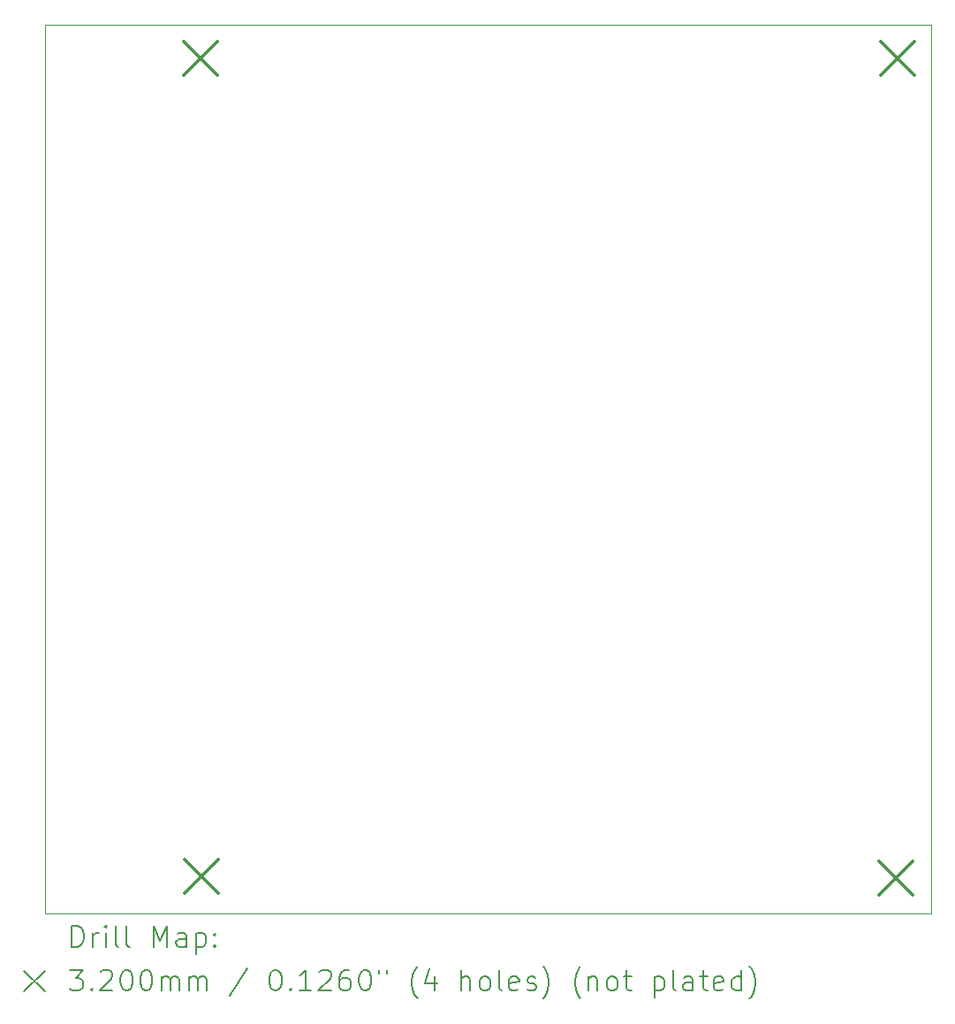
<source format=gbr>
%TF.GenerationSoftware,KiCad,Pcbnew,7.0.9*%
%TF.CreationDate,2024-02-18T20:42:36+05:30*%
%TF.ProjectId,Chg_Dschg Controller,4368675f-4473-4636-9867-20436f6e7472,rev?*%
%TF.SameCoordinates,Original*%
%TF.FileFunction,Drillmap*%
%TF.FilePolarity,Positive*%
%FSLAX45Y45*%
G04 Gerber Fmt 4.5, Leading zero omitted, Abs format (unit mm)*
G04 Created by KiCad (PCBNEW 7.0.9) date 2024-02-18 20:42:36*
%MOMM*%
%LPD*%
G01*
G04 APERTURE LIST*
%ADD10C,0.100000*%
%ADD11C,0.200000*%
%ADD12C,0.320000*%
G04 APERTURE END LIST*
D10*
X3370000Y-2595000D02*
X11865000Y-2595000D01*
X11865000Y-11105000D01*
X3370000Y-11105000D01*
X3370000Y-2595000D01*
D11*
D12*
X4696300Y-2755000D02*
X5016300Y-3075000D01*
X5016300Y-2755000D02*
X4696300Y-3075000D01*
X4710000Y-10590000D02*
X5030000Y-10910000D01*
X5030000Y-10590000D02*
X4710000Y-10910000D01*
X11365000Y-10601660D02*
X11685000Y-10921660D01*
X11685000Y-10601660D02*
X11365000Y-10921660D01*
X11376600Y-2755000D02*
X11696600Y-3075000D01*
X11696600Y-2755000D02*
X11376600Y-3075000D01*
D11*
X3625777Y-11421484D02*
X3625777Y-11221484D01*
X3625777Y-11221484D02*
X3673396Y-11221484D01*
X3673396Y-11221484D02*
X3701967Y-11231008D01*
X3701967Y-11231008D02*
X3721015Y-11250055D01*
X3721015Y-11250055D02*
X3730539Y-11269103D01*
X3730539Y-11269103D02*
X3740062Y-11307198D01*
X3740062Y-11307198D02*
X3740062Y-11335769D01*
X3740062Y-11335769D02*
X3730539Y-11373865D01*
X3730539Y-11373865D02*
X3721015Y-11392912D01*
X3721015Y-11392912D02*
X3701967Y-11411960D01*
X3701967Y-11411960D02*
X3673396Y-11421484D01*
X3673396Y-11421484D02*
X3625777Y-11421484D01*
X3825777Y-11421484D02*
X3825777Y-11288150D01*
X3825777Y-11326246D02*
X3835301Y-11307198D01*
X3835301Y-11307198D02*
X3844824Y-11297674D01*
X3844824Y-11297674D02*
X3863872Y-11288150D01*
X3863872Y-11288150D02*
X3882920Y-11288150D01*
X3949586Y-11421484D02*
X3949586Y-11288150D01*
X3949586Y-11221484D02*
X3940062Y-11231008D01*
X3940062Y-11231008D02*
X3949586Y-11240531D01*
X3949586Y-11240531D02*
X3959110Y-11231008D01*
X3959110Y-11231008D02*
X3949586Y-11221484D01*
X3949586Y-11221484D02*
X3949586Y-11240531D01*
X4073396Y-11421484D02*
X4054348Y-11411960D01*
X4054348Y-11411960D02*
X4044824Y-11392912D01*
X4044824Y-11392912D02*
X4044824Y-11221484D01*
X4178158Y-11421484D02*
X4159110Y-11411960D01*
X4159110Y-11411960D02*
X4149586Y-11392912D01*
X4149586Y-11392912D02*
X4149586Y-11221484D01*
X4406729Y-11421484D02*
X4406729Y-11221484D01*
X4406729Y-11221484D02*
X4473396Y-11364341D01*
X4473396Y-11364341D02*
X4540063Y-11221484D01*
X4540063Y-11221484D02*
X4540063Y-11421484D01*
X4721015Y-11421484D02*
X4721015Y-11316722D01*
X4721015Y-11316722D02*
X4711491Y-11297674D01*
X4711491Y-11297674D02*
X4692444Y-11288150D01*
X4692444Y-11288150D02*
X4654348Y-11288150D01*
X4654348Y-11288150D02*
X4635301Y-11297674D01*
X4721015Y-11411960D02*
X4701967Y-11421484D01*
X4701967Y-11421484D02*
X4654348Y-11421484D01*
X4654348Y-11421484D02*
X4635301Y-11411960D01*
X4635301Y-11411960D02*
X4625777Y-11392912D01*
X4625777Y-11392912D02*
X4625777Y-11373865D01*
X4625777Y-11373865D02*
X4635301Y-11354817D01*
X4635301Y-11354817D02*
X4654348Y-11345293D01*
X4654348Y-11345293D02*
X4701967Y-11345293D01*
X4701967Y-11345293D02*
X4721015Y-11335769D01*
X4816253Y-11288150D02*
X4816253Y-11488150D01*
X4816253Y-11297674D02*
X4835301Y-11288150D01*
X4835301Y-11288150D02*
X4873396Y-11288150D01*
X4873396Y-11288150D02*
X4892444Y-11297674D01*
X4892444Y-11297674D02*
X4901967Y-11307198D01*
X4901967Y-11307198D02*
X4911491Y-11326246D01*
X4911491Y-11326246D02*
X4911491Y-11383388D01*
X4911491Y-11383388D02*
X4901967Y-11402436D01*
X4901967Y-11402436D02*
X4892444Y-11411960D01*
X4892444Y-11411960D02*
X4873396Y-11421484D01*
X4873396Y-11421484D02*
X4835301Y-11421484D01*
X4835301Y-11421484D02*
X4816253Y-11411960D01*
X4997205Y-11402436D02*
X5006729Y-11411960D01*
X5006729Y-11411960D02*
X4997205Y-11421484D01*
X4997205Y-11421484D02*
X4987682Y-11411960D01*
X4987682Y-11411960D02*
X4997205Y-11402436D01*
X4997205Y-11402436D02*
X4997205Y-11421484D01*
X4997205Y-11297674D02*
X5006729Y-11307198D01*
X5006729Y-11307198D02*
X4997205Y-11316722D01*
X4997205Y-11316722D02*
X4987682Y-11307198D01*
X4987682Y-11307198D02*
X4997205Y-11297674D01*
X4997205Y-11297674D02*
X4997205Y-11316722D01*
X3165000Y-11650000D02*
X3365000Y-11850000D01*
X3365000Y-11650000D02*
X3165000Y-11850000D01*
X3606729Y-11641484D02*
X3730539Y-11641484D01*
X3730539Y-11641484D02*
X3663872Y-11717674D01*
X3663872Y-11717674D02*
X3692443Y-11717674D01*
X3692443Y-11717674D02*
X3711491Y-11727198D01*
X3711491Y-11727198D02*
X3721015Y-11736722D01*
X3721015Y-11736722D02*
X3730539Y-11755769D01*
X3730539Y-11755769D02*
X3730539Y-11803388D01*
X3730539Y-11803388D02*
X3721015Y-11822436D01*
X3721015Y-11822436D02*
X3711491Y-11831960D01*
X3711491Y-11831960D02*
X3692443Y-11841484D01*
X3692443Y-11841484D02*
X3635301Y-11841484D01*
X3635301Y-11841484D02*
X3616253Y-11831960D01*
X3616253Y-11831960D02*
X3606729Y-11822436D01*
X3816253Y-11822436D02*
X3825777Y-11831960D01*
X3825777Y-11831960D02*
X3816253Y-11841484D01*
X3816253Y-11841484D02*
X3806729Y-11831960D01*
X3806729Y-11831960D02*
X3816253Y-11822436D01*
X3816253Y-11822436D02*
X3816253Y-11841484D01*
X3901967Y-11660531D02*
X3911491Y-11651008D01*
X3911491Y-11651008D02*
X3930539Y-11641484D01*
X3930539Y-11641484D02*
X3978158Y-11641484D01*
X3978158Y-11641484D02*
X3997205Y-11651008D01*
X3997205Y-11651008D02*
X4006729Y-11660531D01*
X4006729Y-11660531D02*
X4016253Y-11679579D01*
X4016253Y-11679579D02*
X4016253Y-11698627D01*
X4016253Y-11698627D02*
X4006729Y-11727198D01*
X4006729Y-11727198D02*
X3892443Y-11841484D01*
X3892443Y-11841484D02*
X4016253Y-11841484D01*
X4140062Y-11641484D02*
X4159110Y-11641484D01*
X4159110Y-11641484D02*
X4178158Y-11651008D01*
X4178158Y-11651008D02*
X4187682Y-11660531D01*
X4187682Y-11660531D02*
X4197205Y-11679579D01*
X4197205Y-11679579D02*
X4206729Y-11717674D01*
X4206729Y-11717674D02*
X4206729Y-11765293D01*
X4206729Y-11765293D02*
X4197205Y-11803388D01*
X4197205Y-11803388D02*
X4187682Y-11822436D01*
X4187682Y-11822436D02*
X4178158Y-11831960D01*
X4178158Y-11831960D02*
X4159110Y-11841484D01*
X4159110Y-11841484D02*
X4140062Y-11841484D01*
X4140062Y-11841484D02*
X4121015Y-11831960D01*
X4121015Y-11831960D02*
X4111491Y-11822436D01*
X4111491Y-11822436D02*
X4101967Y-11803388D01*
X4101967Y-11803388D02*
X4092443Y-11765293D01*
X4092443Y-11765293D02*
X4092443Y-11717674D01*
X4092443Y-11717674D02*
X4101967Y-11679579D01*
X4101967Y-11679579D02*
X4111491Y-11660531D01*
X4111491Y-11660531D02*
X4121015Y-11651008D01*
X4121015Y-11651008D02*
X4140062Y-11641484D01*
X4330539Y-11641484D02*
X4349586Y-11641484D01*
X4349586Y-11641484D02*
X4368634Y-11651008D01*
X4368634Y-11651008D02*
X4378158Y-11660531D01*
X4378158Y-11660531D02*
X4387682Y-11679579D01*
X4387682Y-11679579D02*
X4397205Y-11717674D01*
X4397205Y-11717674D02*
X4397205Y-11765293D01*
X4397205Y-11765293D02*
X4387682Y-11803388D01*
X4387682Y-11803388D02*
X4378158Y-11822436D01*
X4378158Y-11822436D02*
X4368634Y-11831960D01*
X4368634Y-11831960D02*
X4349586Y-11841484D01*
X4349586Y-11841484D02*
X4330539Y-11841484D01*
X4330539Y-11841484D02*
X4311491Y-11831960D01*
X4311491Y-11831960D02*
X4301967Y-11822436D01*
X4301967Y-11822436D02*
X4292444Y-11803388D01*
X4292444Y-11803388D02*
X4282920Y-11765293D01*
X4282920Y-11765293D02*
X4282920Y-11717674D01*
X4282920Y-11717674D02*
X4292444Y-11679579D01*
X4292444Y-11679579D02*
X4301967Y-11660531D01*
X4301967Y-11660531D02*
X4311491Y-11651008D01*
X4311491Y-11651008D02*
X4330539Y-11641484D01*
X4482920Y-11841484D02*
X4482920Y-11708150D01*
X4482920Y-11727198D02*
X4492444Y-11717674D01*
X4492444Y-11717674D02*
X4511491Y-11708150D01*
X4511491Y-11708150D02*
X4540063Y-11708150D01*
X4540063Y-11708150D02*
X4559110Y-11717674D01*
X4559110Y-11717674D02*
X4568634Y-11736722D01*
X4568634Y-11736722D02*
X4568634Y-11841484D01*
X4568634Y-11736722D02*
X4578158Y-11717674D01*
X4578158Y-11717674D02*
X4597205Y-11708150D01*
X4597205Y-11708150D02*
X4625777Y-11708150D01*
X4625777Y-11708150D02*
X4644825Y-11717674D01*
X4644825Y-11717674D02*
X4654348Y-11736722D01*
X4654348Y-11736722D02*
X4654348Y-11841484D01*
X4749586Y-11841484D02*
X4749586Y-11708150D01*
X4749586Y-11727198D02*
X4759110Y-11717674D01*
X4759110Y-11717674D02*
X4778158Y-11708150D01*
X4778158Y-11708150D02*
X4806729Y-11708150D01*
X4806729Y-11708150D02*
X4825777Y-11717674D01*
X4825777Y-11717674D02*
X4835301Y-11736722D01*
X4835301Y-11736722D02*
X4835301Y-11841484D01*
X4835301Y-11736722D02*
X4844825Y-11717674D01*
X4844825Y-11717674D02*
X4863872Y-11708150D01*
X4863872Y-11708150D02*
X4892444Y-11708150D01*
X4892444Y-11708150D02*
X4911491Y-11717674D01*
X4911491Y-11717674D02*
X4921015Y-11736722D01*
X4921015Y-11736722D02*
X4921015Y-11841484D01*
X5311491Y-11631960D02*
X5140063Y-11889103D01*
X5568634Y-11641484D02*
X5587682Y-11641484D01*
X5587682Y-11641484D02*
X5606729Y-11651008D01*
X5606729Y-11651008D02*
X5616253Y-11660531D01*
X5616253Y-11660531D02*
X5625777Y-11679579D01*
X5625777Y-11679579D02*
X5635301Y-11717674D01*
X5635301Y-11717674D02*
X5635301Y-11765293D01*
X5635301Y-11765293D02*
X5625777Y-11803388D01*
X5625777Y-11803388D02*
X5616253Y-11822436D01*
X5616253Y-11822436D02*
X5606729Y-11831960D01*
X5606729Y-11831960D02*
X5587682Y-11841484D01*
X5587682Y-11841484D02*
X5568634Y-11841484D01*
X5568634Y-11841484D02*
X5549587Y-11831960D01*
X5549587Y-11831960D02*
X5540063Y-11822436D01*
X5540063Y-11822436D02*
X5530539Y-11803388D01*
X5530539Y-11803388D02*
X5521015Y-11765293D01*
X5521015Y-11765293D02*
X5521015Y-11717674D01*
X5521015Y-11717674D02*
X5530539Y-11679579D01*
X5530539Y-11679579D02*
X5540063Y-11660531D01*
X5540063Y-11660531D02*
X5549587Y-11651008D01*
X5549587Y-11651008D02*
X5568634Y-11641484D01*
X5721015Y-11822436D02*
X5730539Y-11831960D01*
X5730539Y-11831960D02*
X5721015Y-11841484D01*
X5721015Y-11841484D02*
X5711491Y-11831960D01*
X5711491Y-11831960D02*
X5721015Y-11822436D01*
X5721015Y-11822436D02*
X5721015Y-11841484D01*
X5921015Y-11841484D02*
X5806729Y-11841484D01*
X5863872Y-11841484D02*
X5863872Y-11641484D01*
X5863872Y-11641484D02*
X5844825Y-11670055D01*
X5844825Y-11670055D02*
X5825777Y-11689103D01*
X5825777Y-11689103D02*
X5806729Y-11698627D01*
X5997206Y-11660531D02*
X6006729Y-11651008D01*
X6006729Y-11651008D02*
X6025777Y-11641484D01*
X6025777Y-11641484D02*
X6073396Y-11641484D01*
X6073396Y-11641484D02*
X6092444Y-11651008D01*
X6092444Y-11651008D02*
X6101967Y-11660531D01*
X6101967Y-11660531D02*
X6111491Y-11679579D01*
X6111491Y-11679579D02*
X6111491Y-11698627D01*
X6111491Y-11698627D02*
X6101967Y-11727198D01*
X6101967Y-11727198D02*
X5987682Y-11841484D01*
X5987682Y-11841484D02*
X6111491Y-11841484D01*
X6282920Y-11641484D02*
X6244825Y-11641484D01*
X6244825Y-11641484D02*
X6225777Y-11651008D01*
X6225777Y-11651008D02*
X6216253Y-11660531D01*
X6216253Y-11660531D02*
X6197206Y-11689103D01*
X6197206Y-11689103D02*
X6187682Y-11727198D01*
X6187682Y-11727198D02*
X6187682Y-11803388D01*
X6187682Y-11803388D02*
X6197206Y-11822436D01*
X6197206Y-11822436D02*
X6206729Y-11831960D01*
X6206729Y-11831960D02*
X6225777Y-11841484D01*
X6225777Y-11841484D02*
X6263872Y-11841484D01*
X6263872Y-11841484D02*
X6282920Y-11831960D01*
X6282920Y-11831960D02*
X6292444Y-11822436D01*
X6292444Y-11822436D02*
X6301967Y-11803388D01*
X6301967Y-11803388D02*
X6301967Y-11755769D01*
X6301967Y-11755769D02*
X6292444Y-11736722D01*
X6292444Y-11736722D02*
X6282920Y-11727198D01*
X6282920Y-11727198D02*
X6263872Y-11717674D01*
X6263872Y-11717674D02*
X6225777Y-11717674D01*
X6225777Y-11717674D02*
X6206729Y-11727198D01*
X6206729Y-11727198D02*
X6197206Y-11736722D01*
X6197206Y-11736722D02*
X6187682Y-11755769D01*
X6425777Y-11641484D02*
X6444825Y-11641484D01*
X6444825Y-11641484D02*
X6463872Y-11651008D01*
X6463872Y-11651008D02*
X6473396Y-11660531D01*
X6473396Y-11660531D02*
X6482920Y-11679579D01*
X6482920Y-11679579D02*
X6492444Y-11717674D01*
X6492444Y-11717674D02*
X6492444Y-11765293D01*
X6492444Y-11765293D02*
X6482920Y-11803388D01*
X6482920Y-11803388D02*
X6473396Y-11822436D01*
X6473396Y-11822436D02*
X6463872Y-11831960D01*
X6463872Y-11831960D02*
X6444825Y-11841484D01*
X6444825Y-11841484D02*
X6425777Y-11841484D01*
X6425777Y-11841484D02*
X6406729Y-11831960D01*
X6406729Y-11831960D02*
X6397206Y-11822436D01*
X6397206Y-11822436D02*
X6387682Y-11803388D01*
X6387682Y-11803388D02*
X6378158Y-11765293D01*
X6378158Y-11765293D02*
X6378158Y-11717674D01*
X6378158Y-11717674D02*
X6387682Y-11679579D01*
X6387682Y-11679579D02*
X6397206Y-11660531D01*
X6397206Y-11660531D02*
X6406729Y-11651008D01*
X6406729Y-11651008D02*
X6425777Y-11641484D01*
X6568634Y-11641484D02*
X6568634Y-11679579D01*
X6644825Y-11641484D02*
X6644825Y-11679579D01*
X6940063Y-11917674D02*
X6930539Y-11908150D01*
X6930539Y-11908150D02*
X6911491Y-11879579D01*
X6911491Y-11879579D02*
X6901968Y-11860531D01*
X6901968Y-11860531D02*
X6892444Y-11831960D01*
X6892444Y-11831960D02*
X6882920Y-11784341D01*
X6882920Y-11784341D02*
X6882920Y-11746246D01*
X6882920Y-11746246D02*
X6892444Y-11698627D01*
X6892444Y-11698627D02*
X6901968Y-11670055D01*
X6901968Y-11670055D02*
X6911491Y-11651008D01*
X6911491Y-11651008D02*
X6930539Y-11622436D01*
X6930539Y-11622436D02*
X6940063Y-11612912D01*
X7101968Y-11708150D02*
X7101968Y-11841484D01*
X7054348Y-11631960D02*
X7006729Y-11774817D01*
X7006729Y-11774817D02*
X7130539Y-11774817D01*
X7359110Y-11841484D02*
X7359110Y-11641484D01*
X7444825Y-11841484D02*
X7444825Y-11736722D01*
X7444825Y-11736722D02*
X7435301Y-11717674D01*
X7435301Y-11717674D02*
X7416253Y-11708150D01*
X7416253Y-11708150D02*
X7387682Y-11708150D01*
X7387682Y-11708150D02*
X7368634Y-11717674D01*
X7368634Y-11717674D02*
X7359110Y-11727198D01*
X7568634Y-11841484D02*
X7549587Y-11831960D01*
X7549587Y-11831960D02*
X7540063Y-11822436D01*
X7540063Y-11822436D02*
X7530539Y-11803388D01*
X7530539Y-11803388D02*
X7530539Y-11746246D01*
X7530539Y-11746246D02*
X7540063Y-11727198D01*
X7540063Y-11727198D02*
X7549587Y-11717674D01*
X7549587Y-11717674D02*
X7568634Y-11708150D01*
X7568634Y-11708150D02*
X7597206Y-11708150D01*
X7597206Y-11708150D02*
X7616253Y-11717674D01*
X7616253Y-11717674D02*
X7625777Y-11727198D01*
X7625777Y-11727198D02*
X7635301Y-11746246D01*
X7635301Y-11746246D02*
X7635301Y-11803388D01*
X7635301Y-11803388D02*
X7625777Y-11822436D01*
X7625777Y-11822436D02*
X7616253Y-11831960D01*
X7616253Y-11831960D02*
X7597206Y-11841484D01*
X7597206Y-11841484D02*
X7568634Y-11841484D01*
X7749587Y-11841484D02*
X7730539Y-11831960D01*
X7730539Y-11831960D02*
X7721015Y-11812912D01*
X7721015Y-11812912D02*
X7721015Y-11641484D01*
X7901968Y-11831960D02*
X7882920Y-11841484D01*
X7882920Y-11841484D02*
X7844825Y-11841484D01*
X7844825Y-11841484D02*
X7825777Y-11831960D01*
X7825777Y-11831960D02*
X7816253Y-11812912D01*
X7816253Y-11812912D02*
X7816253Y-11736722D01*
X7816253Y-11736722D02*
X7825777Y-11717674D01*
X7825777Y-11717674D02*
X7844825Y-11708150D01*
X7844825Y-11708150D02*
X7882920Y-11708150D01*
X7882920Y-11708150D02*
X7901968Y-11717674D01*
X7901968Y-11717674D02*
X7911491Y-11736722D01*
X7911491Y-11736722D02*
X7911491Y-11755769D01*
X7911491Y-11755769D02*
X7816253Y-11774817D01*
X7987682Y-11831960D02*
X8006730Y-11841484D01*
X8006730Y-11841484D02*
X8044825Y-11841484D01*
X8044825Y-11841484D02*
X8063872Y-11831960D01*
X8063872Y-11831960D02*
X8073396Y-11812912D01*
X8073396Y-11812912D02*
X8073396Y-11803388D01*
X8073396Y-11803388D02*
X8063872Y-11784341D01*
X8063872Y-11784341D02*
X8044825Y-11774817D01*
X8044825Y-11774817D02*
X8016253Y-11774817D01*
X8016253Y-11774817D02*
X7997206Y-11765293D01*
X7997206Y-11765293D02*
X7987682Y-11746246D01*
X7987682Y-11746246D02*
X7987682Y-11736722D01*
X7987682Y-11736722D02*
X7997206Y-11717674D01*
X7997206Y-11717674D02*
X8016253Y-11708150D01*
X8016253Y-11708150D02*
X8044825Y-11708150D01*
X8044825Y-11708150D02*
X8063872Y-11717674D01*
X8140063Y-11917674D02*
X8149587Y-11908150D01*
X8149587Y-11908150D02*
X8168634Y-11879579D01*
X8168634Y-11879579D02*
X8178158Y-11860531D01*
X8178158Y-11860531D02*
X8187682Y-11831960D01*
X8187682Y-11831960D02*
X8197206Y-11784341D01*
X8197206Y-11784341D02*
X8197206Y-11746246D01*
X8197206Y-11746246D02*
X8187682Y-11698627D01*
X8187682Y-11698627D02*
X8178158Y-11670055D01*
X8178158Y-11670055D02*
X8168634Y-11651008D01*
X8168634Y-11651008D02*
X8149587Y-11622436D01*
X8149587Y-11622436D02*
X8140063Y-11612912D01*
X8501968Y-11917674D02*
X8492444Y-11908150D01*
X8492444Y-11908150D02*
X8473396Y-11879579D01*
X8473396Y-11879579D02*
X8463873Y-11860531D01*
X8463873Y-11860531D02*
X8454349Y-11831960D01*
X8454349Y-11831960D02*
X8444825Y-11784341D01*
X8444825Y-11784341D02*
X8444825Y-11746246D01*
X8444825Y-11746246D02*
X8454349Y-11698627D01*
X8454349Y-11698627D02*
X8463873Y-11670055D01*
X8463873Y-11670055D02*
X8473396Y-11651008D01*
X8473396Y-11651008D02*
X8492444Y-11622436D01*
X8492444Y-11622436D02*
X8501968Y-11612912D01*
X8578158Y-11708150D02*
X8578158Y-11841484D01*
X8578158Y-11727198D02*
X8587682Y-11717674D01*
X8587682Y-11717674D02*
X8606730Y-11708150D01*
X8606730Y-11708150D02*
X8635301Y-11708150D01*
X8635301Y-11708150D02*
X8654349Y-11717674D01*
X8654349Y-11717674D02*
X8663873Y-11736722D01*
X8663873Y-11736722D02*
X8663873Y-11841484D01*
X8787682Y-11841484D02*
X8768634Y-11831960D01*
X8768634Y-11831960D02*
X8759111Y-11822436D01*
X8759111Y-11822436D02*
X8749587Y-11803388D01*
X8749587Y-11803388D02*
X8749587Y-11746246D01*
X8749587Y-11746246D02*
X8759111Y-11727198D01*
X8759111Y-11727198D02*
X8768634Y-11717674D01*
X8768634Y-11717674D02*
X8787682Y-11708150D01*
X8787682Y-11708150D02*
X8816254Y-11708150D01*
X8816254Y-11708150D02*
X8835301Y-11717674D01*
X8835301Y-11717674D02*
X8844825Y-11727198D01*
X8844825Y-11727198D02*
X8854349Y-11746246D01*
X8854349Y-11746246D02*
X8854349Y-11803388D01*
X8854349Y-11803388D02*
X8844825Y-11822436D01*
X8844825Y-11822436D02*
X8835301Y-11831960D01*
X8835301Y-11831960D02*
X8816254Y-11841484D01*
X8816254Y-11841484D02*
X8787682Y-11841484D01*
X8911492Y-11708150D02*
X8987682Y-11708150D01*
X8940063Y-11641484D02*
X8940063Y-11812912D01*
X8940063Y-11812912D02*
X8949587Y-11831960D01*
X8949587Y-11831960D02*
X8968634Y-11841484D01*
X8968634Y-11841484D02*
X8987682Y-11841484D01*
X9206730Y-11708150D02*
X9206730Y-11908150D01*
X9206730Y-11717674D02*
X9225777Y-11708150D01*
X9225777Y-11708150D02*
X9263873Y-11708150D01*
X9263873Y-11708150D02*
X9282920Y-11717674D01*
X9282920Y-11717674D02*
X9292444Y-11727198D01*
X9292444Y-11727198D02*
X9301968Y-11746246D01*
X9301968Y-11746246D02*
X9301968Y-11803388D01*
X9301968Y-11803388D02*
X9292444Y-11822436D01*
X9292444Y-11822436D02*
X9282920Y-11831960D01*
X9282920Y-11831960D02*
X9263873Y-11841484D01*
X9263873Y-11841484D02*
X9225777Y-11841484D01*
X9225777Y-11841484D02*
X9206730Y-11831960D01*
X9416254Y-11841484D02*
X9397206Y-11831960D01*
X9397206Y-11831960D02*
X9387682Y-11812912D01*
X9387682Y-11812912D02*
X9387682Y-11641484D01*
X9578158Y-11841484D02*
X9578158Y-11736722D01*
X9578158Y-11736722D02*
X9568635Y-11717674D01*
X9568635Y-11717674D02*
X9549587Y-11708150D01*
X9549587Y-11708150D02*
X9511492Y-11708150D01*
X9511492Y-11708150D02*
X9492444Y-11717674D01*
X9578158Y-11831960D02*
X9559111Y-11841484D01*
X9559111Y-11841484D02*
X9511492Y-11841484D01*
X9511492Y-11841484D02*
X9492444Y-11831960D01*
X9492444Y-11831960D02*
X9482920Y-11812912D01*
X9482920Y-11812912D02*
X9482920Y-11793865D01*
X9482920Y-11793865D02*
X9492444Y-11774817D01*
X9492444Y-11774817D02*
X9511492Y-11765293D01*
X9511492Y-11765293D02*
X9559111Y-11765293D01*
X9559111Y-11765293D02*
X9578158Y-11755769D01*
X9644825Y-11708150D02*
X9721015Y-11708150D01*
X9673396Y-11641484D02*
X9673396Y-11812912D01*
X9673396Y-11812912D02*
X9682920Y-11831960D01*
X9682920Y-11831960D02*
X9701968Y-11841484D01*
X9701968Y-11841484D02*
X9721015Y-11841484D01*
X9863873Y-11831960D02*
X9844825Y-11841484D01*
X9844825Y-11841484D02*
X9806730Y-11841484D01*
X9806730Y-11841484D02*
X9787682Y-11831960D01*
X9787682Y-11831960D02*
X9778158Y-11812912D01*
X9778158Y-11812912D02*
X9778158Y-11736722D01*
X9778158Y-11736722D02*
X9787682Y-11717674D01*
X9787682Y-11717674D02*
X9806730Y-11708150D01*
X9806730Y-11708150D02*
X9844825Y-11708150D01*
X9844825Y-11708150D02*
X9863873Y-11717674D01*
X9863873Y-11717674D02*
X9873396Y-11736722D01*
X9873396Y-11736722D02*
X9873396Y-11755769D01*
X9873396Y-11755769D02*
X9778158Y-11774817D01*
X10044825Y-11841484D02*
X10044825Y-11641484D01*
X10044825Y-11831960D02*
X10025777Y-11841484D01*
X10025777Y-11841484D02*
X9987682Y-11841484D01*
X9987682Y-11841484D02*
X9968635Y-11831960D01*
X9968635Y-11831960D02*
X9959111Y-11822436D01*
X9959111Y-11822436D02*
X9949587Y-11803388D01*
X9949587Y-11803388D02*
X9949587Y-11746246D01*
X9949587Y-11746246D02*
X9959111Y-11727198D01*
X9959111Y-11727198D02*
X9968635Y-11717674D01*
X9968635Y-11717674D02*
X9987682Y-11708150D01*
X9987682Y-11708150D02*
X10025777Y-11708150D01*
X10025777Y-11708150D02*
X10044825Y-11717674D01*
X10121016Y-11917674D02*
X10130539Y-11908150D01*
X10130539Y-11908150D02*
X10149587Y-11879579D01*
X10149587Y-11879579D02*
X10159111Y-11860531D01*
X10159111Y-11860531D02*
X10168635Y-11831960D01*
X10168635Y-11831960D02*
X10178158Y-11784341D01*
X10178158Y-11784341D02*
X10178158Y-11746246D01*
X10178158Y-11746246D02*
X10168635Y-11698627D01*
X10168635Y-11698627D02*
X10159111Y-11670055D01*
X10159111Y-11670055D02*
X10149587Y-11651008D01*
X10149587Y-11651008D02*
X10130539Y-11622436D01*
X10130539Y-11622436D02*
X10121016Y-11612912D01*
M02*

</source>
